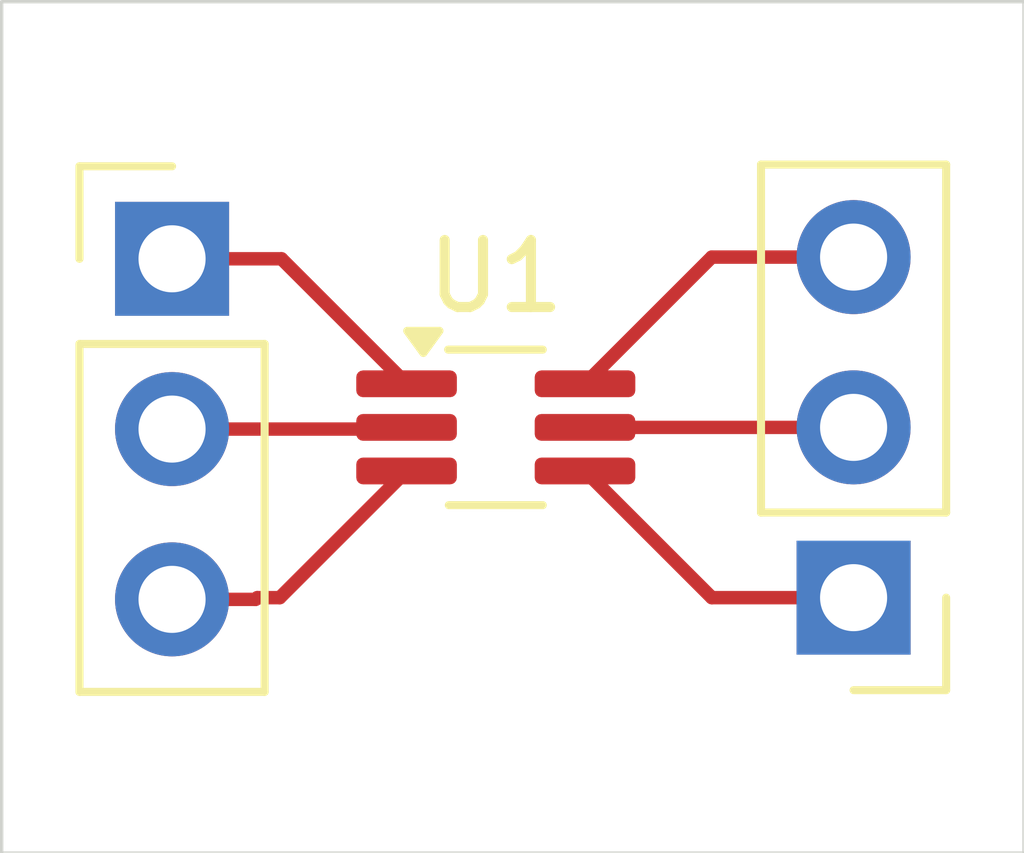
<source format=kicad_pcb>
(kicad_pcb (version 20241229) (generator "pcbnew") (generator_version "9.0")
  (layers (0 "F.Cu" signal) (2 "B.Cu" signal) (13 "F.Paste" user) (15 "B.Paste" user) (5 "F.SilkS" user "F.Silkscreen") (7 "B.SilkS" user "B.Silkscreen") (1 "F.Mask" user) (3 "B.Mask" user) (25 "Edge.Cuts" user))
  (net 0 "")
  (net 1 "Net-(J1-Pin_2)")
  (net 2 "Net-(J1-Pin_1)")
  (net 3 "Net-(J1-Pin_3)")
  (net 4 "Net-(J2-Pin_2)")
  (net 5 "Net-(J2-Pin_1)")
  (net 6 "Net-(J2-Pin_3)")
  (footprint "Connector_PinHeader_2.54mm:PinHeader_1x03_P2.54mm_Vertical" (layer "F.Cu") (at 43.18 36.83 180)
    (property "Reference" "J2" (hide yes))
    (property "Value" "Conn_01x03_Pin" (hide yes))
    (fp_line (start 1.38 1.27) (end 1.38 6.46) (stroke (width 0.12)) (layer "F.SilkS"))
    (fp_line (start -1.38 6.46) (end 1.38 6.46) (stroke (width 0.12)) (layer "F.SilkS"))
    (fp_line (start -1.38 1.27) (end 1.38 1.27) (stroke (width 0.12)) (layer "F.SilkS"))
    (fp_line (start -1.38 1.27) (end -1.38 6.46) (stroke (width 0.12)) (layer "F.SilkS"))
    (fp_line (start -1.38 0) (end -1.38 -1.38) (stroke (width 0.12)) (layer "F.SilkS"))
    (fp_line (start -1.38 -1.38) (end 0 -1.38) (stroke (width 0.12)) (layer "F.SilkS"))
    (pad "1" thru_hole rect (at 0 0 180) (size 1.7 1.7) (drill 1) (layers "*.Cu" "*.Mask") (net 5 "Net-(J2-Pin_1)"))
    (pad "2" thru_hole circle (at 0 2.54 180) (size 1.7 1.7) (drill 1) (layers "*.Cu" "*.Mask") (net 4 "Net-(J2-Pin_2)"))
    (pad "3" thru_hole circle (at 0 5.08 180) (size 1.7 1.7) (drill 1) (layers "*.Cu" "*.Mask") (net 6 "Net-(J2-Pin_3)"))
  )
  (footprint "Connector_PinHeader_2.54mm:PinHeader_1x03_P2.54mm_Vertical" (layer "F.Cu") (at 33.02 31.7754)
    (property "Reference" "J1" (hide yes))
    (property "Value" "Conn_01x03_Pin" (hide yes))
    (fp_line (start -1.38 -1.38) (end 0 -1.38) (stroke (width 0.12)) (layer "F.SilkS"))
    (fp_line (start -1.38 0) (end -1.38 -1.38) (stroke (width 0.12)) (layer "F.SilkS"))
    (fp_line (start -1.38 1.27) (end -1.38 6.46) (stroke (width 0.12)) (layer "F.SilkS"))
    (fp_line (start -1.38 1.27) (end 1.38 1.27) (stroke (width 0.12)) (layer "F.SilkS"))
    (fp_line (start -1.38 6.46) (end 1.38 6.46) (stroke (width 0.12)) (layer "F.SilkS"))
    (fp_line (start 1.38 1.27) (end 1.38 6.46) (stroke (width 0.12)) (layer "F.SilkS"))
    (pad "1" thru_hole rect (at 0 0) (size 1.7 1.7) (drill 1) (layers "*.Cu" "*.Mask") (net 2 "Net-(J1-Pin_1)"))
    (pad "2" thru_hole circle (at 0 2.54) (size 1.7 1.7) (drill 1) (layers "*.Cu" "*.Mask") (net 1 "Net-(J1-Pin_2)"))
    (pad "3" thru_hole circle (at 0 5.08) (size 1.7 1.7) (drill 1) (layers "*.Cu" "*.Mask") (net 3 "Net-(J1-Pin_3)"))
  )
  (footprint "Package_TO_SOT_SMD:SOT-363_SC-70-6_Handsoldering" (layer "F.Cu") (at 37.846 34.29)
    (property "Reference" "U1" (at 0 -2.25 0) (layer "F.SilkS"))
    (property "Value" "~")
    (fp_line (start -0.71 -1.16) (end 0.7 -1.16) (stroke (width 0.12)) (layer "F.SilkS"))
    (fp_line (start -0.7 1.16) (end 0.7 1.16) (stroke (width 0.12)) (layer "F.SilkS"))
    (fp_poly (pts (xy -1.08 -1.11) (xy -1.32 -1.44) (xy -0.84 -1.44) (xy -1.08 -1.11)) (stroke (width 0.12)) (fill yes) (layer "F.SilkS"))
    (pad "1" smd roundrect (at -1.33 -0.65) (size 1.5 0.4) (layers "F.Cu" "F.Mask" "F.Paste") (net 2 "Net-(J1-Pin_1)"))
    (pad "2" smd roundrect (at -1.33 0) (size 1.5 0.4) (layers "F.Cu" "F.Mask" "F.Paste") (net 1 "Net-(J1-Pin_2)"))
    (pad "3" smd roundrect (at -1.33 0.65) (size 1.5 0.4) (layers "F.Cu" "F.Mask" "F.Paste") (net 3 "Net-(J1-Pin_3)"))
    (pad "4" smd roundrect (at 1.33 0.65) (size 1.5 0.4) (layers "F.Cu" "F.Mask" "F.Paste") (net 5 "Net-(J2-Pin_1)"))
    (pad "5" smd roundrect (at 1.33 0) (size 1.5 0.4) (layers "F.Cu" "F.Mask" "F.Paste") (net 4 "Net-(J2-Pin_2)"))
    (pad "6" smd roundrect (at 1.33 -0.65) (size 1.5 0.4) (layers "F.Cu" "F.Mask" "F.Paste") (net 6 "Net-(J2-Pin_3)"))
  )
  (gr_rect (start 30.48 27.94) (end 45.72 40.64) (stroke (width 0.05)) (fill no) (layer "Edge.Cuts"))
  (segment (start 36.4906 34.3154) (end 36.516 34.29) (width 0.2) (layer "F.Cu") (net 1))
  (segment (start 33.02 34.3154) (end 36.4906 34.3154) (width 0.2) (layer "F.Cu") (net 1))
  (segment (start 33.02 31.7754) (end 34.6514 31.7754) (width 0.2) (layer "F.Cu") (net 2))
  (segment (start 34.6514 31.7754) (end 36.516 33.64) (width 0.2) (layer "F.Cu") (net 2))
  (segment (start 36.516 34.94) (end 34.626 36.83) (width 0.2) (layer "F.Cu") (net 3))
  (segment (start 34.626 36.83) (end 34.29 36.83) (width 0.2) (layer "F.Cu") (net 3))
  (segment (start 34.2646 36.8554) (end 33.02 36.8554) (width 0.2) (layer "F.Cu") (net 3))
  (segment (start 34.29 36.83) (end 34.2646 36.8554) (width 0.2) (layer "F.Cu") (net 3))
  (segment (start 39.176 34.29) (end 43.18 34.29) (width 0.2) (layer "F.Cu") (net 4))
  (segment (start 41.066 36.83) (end 43.18 36.83) (width 0.2) (layer "F.Cu") (net 5))
  (segment (start 39.176 34.94) (end 41.066 36.83) (width 0.2) (layer "F.Cu") (net 5))
  (segment (start 41.066 31.75) (end 43.18 31.75) (width 0.2) (layer "F.Cu") (net 6))
  (segment (start 39.176 33.64) (end 41.066 31.75) (width 0.2) (layer "F.Cu") (net 6))
)
</source>
